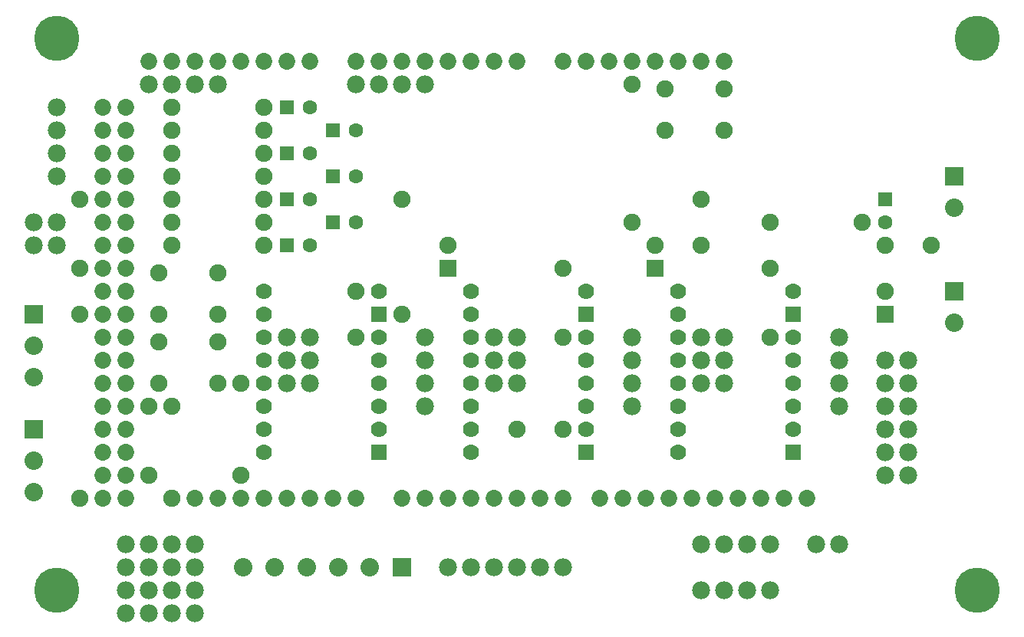
<source format=gtl>
G04 MADE WITH FRITZING*
G04 WWW.FRITZING.ORG*
G04 DOUBLE SIDED*
G04 HOLES PLATED*
G04 CONTOUR ON CENTER OF CONTOUR VECTOR*
%ASAXBY*%
%FSLAX23Y23*%
%MOIN*%
%OFA0B0*%
%SFA1.0B1.0*%
%ADD10C,0.078000*%
%ADD11C,0.075000*%
%ADD12C,0.062992*%
%ADD13C,0.080000*%
%ADD14C,0.072917*%
%ADD15C,0.070000*%
%ADD16C,0.196851*%
%ADD17R,0.062992X0.062992*%
%ADD18R,0.080000X0.080000*%
%ADD19R,0.070000X0.070000*%
%ADD20R,0.075000X0.075000*%
%LNCOPPER1*%
G90*
G70*
G54D10*
X204Y2295D03*
X204Y2195D03*
X204Y2095D03*
X204Y1995D03*
G54D11*
X304Y1895D03*
X304Y1595D03*
X2204Y895D03*
X2404Y895D03*
G54D10*
X1804Y2395D03*
X1704Y2395D03*
X1604Y2395D03*
X1504Y2395D03*
X804Y95D03*
X704Y95D03*
X604Y95D03*
X504Y95D03*
X804Y195D03*
X704Y195D03*
X604Y195D03*
X504Y195D03*
X804Y295D03*
X704Y295D03*
X604Y295D03*
X504Y295D03*
X804Y395D03*
X704Y395D03*
X604Y395D03*
X504Y395D03*
G54D11*
X704Y2195D03*
X1104Y2195D03*
G54D12*
X1205Y2295D03*
X1304Y2295D03*
X1405Y2195D03*
X1504Y2195D03*
G54D11*
X704Y2295D03*
X1104Y2295D03*
G54D10*
X904Y2395D03*
X804Y2395D03*
X704Y2395D03*
X604Y2395D03*
G54D11*
X3704Y1795D03*
X3304Y1795D03*
G54D10*
X104Y1795D03*
X104Y1695D03*
X104Y1795D03*
X104Y1695D03*
X204Y1695D03*
X204Y1795D03*
G54D11*
X304Y1395D03*
X304Y595D03*
G54D12*
X3804Y1894D03*
X3804Y1795D03*
G54D11*
X3804Y1695D03*
X4004Y1695D03*
G54D13*
X4104Y1994D03*
X4104Y1856D03*
G54D14*
X1204Y2495D03*
X2804Y2495D03*
X1104Y2495D03*
X1004Y2495D03*
X904Y2495D03*
X804Y2495D03*
X504Y1095D03*
X704Y2495D03*
X604Y2495D03*
X2764Y595D03*
X2204Y2495D03*
X2104Y2495D03*
X2004Y2495D03*
X1904Y2495D03*
X504Y1895D03*
X1804Y2495D03*
X1704Y2495D03*
X1604Y2495D03*
X1504Y2495D03*
X2004Y595D03*
X504Y695D03*
X504Y1495D03*
X504Y2295D03*
X3164Y595D03*
X2404Y2495D03*
X2404Y595D03*
X504Y895D03*
X504Y1295D03*
X504Y1695D03*
X804Y595D03*
X504Y2095D03*
X904Y595D03*
X1004Y595D03*
X1104Y595D03*
X1204Y595D03*
X1304Y595D03*
X1404Y595D03*
X1504Y595D03*
X3364Y595D03*
X2964Y595D03*
X2564Y595D03*
X3004Y2495D03*
X2604Y2495D03*
X1804Y595D03*
X2204Y595D03*
X504Y595D03*
X504Y795D03*
X504Y995D03*
X504Y1195D03*
X504Y1395D03*
X504Y1595D03*
X504Y1795D03*
X504Y1995D03*
X504Y2195D03*
X3464Y595D03*
X3264Y595D03*
X3064Y595D03*
X2864Y595D03*
X2664Y595D03*
X3104Y2495D03*
X2904Y2495D03*
X2704Y2495D03*
X2504Y2495D03*
X1704Y595D03*
X1904Y595D03*
X2104Y595D03*
X2304Y595D03*
X404Y595D03*
X404Y695D03*
X404Y795D03*
X404Y895D03*
X404Y995D03*
X404Y1095D03*
X404Y1195D03*
X404Y1295D03*
X404Y1395D03*
X404Y1495D03*
X404Y1595D03*
X404Y1695D03*
X404Y1795D03*
X404Y1895D03*
X404Y1995D03*
X404Y2095D03*
X404Y2195D03*
X404Y2295D03*
X1304Y2495D03*
G54D15*
X2904Y1495D03*
X3404Y1495D03*
X2904Y1395D03*
X3404Y1395D03*
X2904Y1295D03*
X3404Y1295D03*
X2904Y1195D03*
X3404Y1195D03*
X2904Y1095D03*
X3404Y1095D03*
X2904Y995D03*
X3404Y995D03*
X2904Y895D03*
X3404Y895D03*
X2904Y795D03*
X3404Y795D03*
X2004Y1495D03*
X2504Y1495D03*
X2004Y1395D03*
X2504Y1395D03*
X2004Y1295D03*
X2504Y1295D03*
X2004Y1195D03*
X2504Y1195D03*
X2004Y1095D03*
X2504Y1095D03*
X2004Y995D03*
X2504Y995D03*
X2004Y895D03*
X2504Y895D03*
X2004Y795D03*
X2504Y795D03*
X1104Y1495D03*
X1604Y1495D03*
X1104Y1395D03*
X1604Y1395D03*
X1104Y1295D03*
X1604Y1295D03*
X1104Y1195D03*
X1604Y1195D03*
X1104Y1095D03*
X1604Y1095D03*
X1104Y995D03*
X1604Y995D03*
X1104Y895D03*
X1604Y895D03*
X1104Y795D03*
X1604Y795D03*
G54D10*
X3604Y1295D03*
X3604Y1195D03*
X3604Y1095D03*
X3604Y995D03*
X1804Y1295D03*
X1804Y1195D03*
X1804Y1095D03*
X1804Y995D03*
X2704Y1295D03*
X2704Y1195D03*
X2704Y1095D03*
X2704Y995D03*
G54D11*
X3804Y1395D03*
X3804Y1495D03*
X2804Y1595D03*
X2804Y1695D03*
X1904Y1595D03*
X1904Y1695D03*
X2404Y1595D03*
X2404Y1295D03*
X1504Y1495D03*
X1504Y1295D03*
X3304Y1595D03*
X3304Y1295D03*
G54D13*
X104Y895D03*
X104Y758D03*
X104Y620D03*
X104Y1395D03*
X104Y1258D03*
X104Y1120D03*
X1704Y295D03*
X1566Y295D03*
X1428Y295D03*
X1290Y295D03*
X1152Y295D03*
X1015Y295D03*
G54D10*
X3304Y395D03*
X3204Y395D03*
X3104Y395D03*
X3004Y395D03*
G54D11*
X2704Y1795D03*
X2704Y2395D03*
G54D10*
X3804Y1195D03*
X3804Y1095D03*
X3804Y995D03*
X3804Y895D03*
X3804Y795D03*
X3804Y695D03*
X3804Y1195D03*
X3804Y1095D03*
X3804Y995D03*
X3804Y895D03*
X3804Y795D03*
X3804Y695D03*
X3904Y695D03*
X3904Y795D03*
X3904Y895D03*
X3904Y995D03*
X3904Y1095D03*
X3904Y1195D03*
X1204Y1295D03*
X1204Y1195D03*
X1204Y1095D03*
X1204Y1295D03*
X1204Y1195D03*
X1204Y1095D03*
X1304Y1095D03*
X1304Y1195D03*
X1304Y1295D03*
X2104Y1295D03*
X2104Y1195D03*
X2104Y1095D03*
X2104Y1295D03*
X2104Y1195D03*
X2104Y1095D03*
X2204Y1095D03*
X2204Y1195D03*
X2204Y1295D03*
X3004Y1295D03*
X3004Y1195D03*
X3004Y1095D03*
X3004Y1295D03*
X3004Y1195D03*
X3004Y1095D03*
X3104Y1095D03*
X3104Y1195D03*
X3104Y1295D03*
G54D11*
X904Y1095D03*
X648Y1095D03*
X904Y1273D03*
X648Y1273D03*
X704Y995D03*
X704Y595D03*
X604Y995D03*
X604Y695D03*
X3104Y2195D03*
X2848Y2195D03*
X3104Y2373D03*
X2848Y2373D03*
G54D10*
X3304Y195D03*
X3204Y195D03*
X3104Y195D03*
X3004Y195D03*
G54D16*
X4204Y2595D03*
X204Y2595D03*
X204Y195D03*
X4204Y195D03*
G54D13*
X4104Y1495D03*
X4104Y1358D03*
G54D11*
X3004Y1895D03*
X3004Y1695D03*
X904Y1395D03*
X648Y1395D03*
X904Y1573D03*
X648Y1573D03*
X1004Y1095D03*
X1004Y695D03*
X704Y1695D03*
X1104Y1695D03*
X704Y1795D03*
X1104Y1795D03*
X704Y1895D03*
X1104Y1895D03*
X704Y1995D03*
X1104Y1995D03*
X704Y2095D03*
X1104Y2095D03*
G54D12*
X1205Y1695D03*
X1304Y1695D03*
X1405Y1795D03*
X1504Y1795D03*
X1205Y1895D03*
X1304Y1895D03*
X1405Y1995D03*
X1504Y1995D03*
X1205Y2095D03*
X1304Y2095D03*
G54D11*
X1704Y1895D03*
X1704Y1395D03*
G54D10*
X2404Y295D03*
X2304Y295D03*
X2204Y295D03*
X2104Y295D03*
X2004Y295D03*
X1904Y295D03*
X3604Y395D03*
X3504Y395D03*
G54D17*
X1205Y2295D03*
X1405Y2195D03*
X3804Y1894D03*
G54D18*
X4104Y1994D03*
G54D19*
X3404Y795D03*
X3404Y1395D03*
X2504Y795D03*
X2504Y1395D03*
X1604Y795D03*
X1604Y1395D03*
G54D20*
X3804Y1395D03*
X2804Y1595D03*
X1904Y1595D03*
G54D18*
X104Y895D03*
X104Y1395D03*
X1704Y295D03*
X4104Y1495D03*
G54D17*
X1205Y1695D03*
X1405Y1795D03*
X1205Y1895D03*
X1405Y1995D03*
X1205Y2095D03*
G04 End of Copper1*
M02*
</source>
